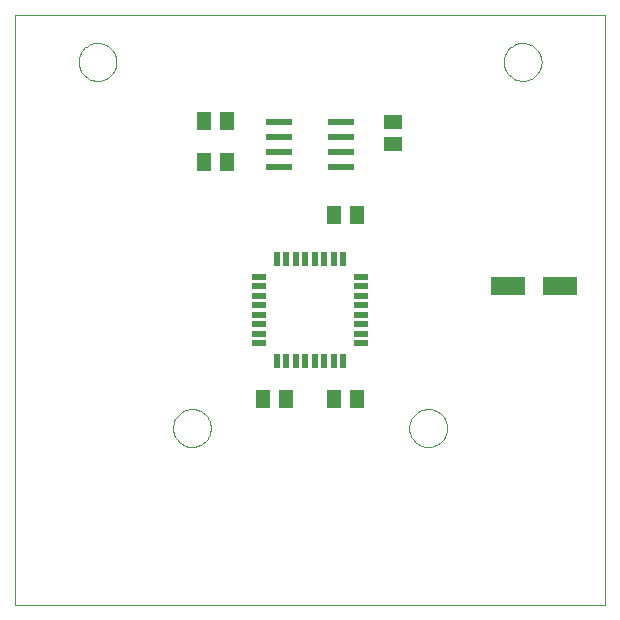
<source format=gtp>
G75*
G70*
%OFA0B0*%
%FSLAX24Y24*%
%IPPOS*%
%LPD*%
%AMOC8*
5,1,8,0,0,1.08239X$1,22.5*
%
%ADD10C,0.0000*%
%ADD11R,0.0220X0.0500*%
%ADD12R,0.0500X0.0220*%
%ADD13R,0.0866X0.0236*%
%ADD14R,0.0512X0.0591*%
%ADD15R,0.0591X0.0512*%
%ADD16R,0.1181X0.0630*%
D10*
X000574Y000574D02*
X020259Y000574D01*
X020259Y020259D01*
X000574Y020259D01*
X000574Y000574D01*
X005849Y006479D02*
X005851Y006529D01*
X005857Y006579D01*
X005867Y006628D01*
X005881Y006676D01*
X005898Y006723D01*
X005919Y006768D01*
X005944Y006812D01*
X005972Y006853D01*
X006004Y006892D01*
X006038Y006929D01*
X006075Y006963D01*
X006115Y006993D01*
X006157Y007020D01*
X006201Y007044D01*
X006247Y007065D01*
X006294Y007081D01*
X006342Y007094D01*
X006392Y007103D01*
X006441Y007108D01*
X006492Y007109D01*
X006542Y007106D01*
X006591Y007099D01*
X006640Y007088D01*
X006688Y007073D01*
X006734Y007055D01*
X006779Y007033D01*
X006822Y007007D01*
X006863Y006978D01*
X006902Y006946D01*
X006938Y006911D01*
X006970Y006873D01*
X007000Y006833D01*
X007027Y006790D01*
X007050Y006746D01*
X007069Y006700D01*
X007085Y006652D01*
X007097Y006603D01*
X007105Y006554D01*
X007109Y006504D01*
X007109Y006454D01*
X007105Y006404D01*
X007097Y006355D01*
X007085Y006306D01*
X007069Y006258D01*
X007050Y006212D01*
X007027Y006168D01*
X007000Y006125D01*
X006970Y006085D01*
X006938Y006047D01*
X006902Y006012D01*
X006863Y005980D01*
X006822Y005951D01*
X006779Y005925D01*
X006734Y005903D01*
X006688Y005885D01*
X006640Y005870D01*
X006591Y005859D01*
X006542Y005852D01*
X006492Y005849D01*
X006441Y005850D01*
X006392Y005855D01*
X006342Y005864D01*
X006294Y005877D01*
X006247Y005893D01*
X006201Y005914D01*
X006157Y005938D01*
X006115Y005965D01*
X006075Y005995D01*
X006038Y006029D01*
X006004Y006066D01*
X005972Y006105D01*
X005944Y006146D01*
X005919Y006190D01*
X005898Y006235D01*
X005881Y006282D01*
X005867Y006330D01*
X005857Y006379D01*
X005851Y006429D01*
X005849Y006479D01*
X013723Y006479D02*
X013725Y006529D01*
X013731Y006579D01*
X013741Y006628D01*
X013755Y006676D01*
X013772Y006723D01*
X013793Y006768D01*
X013818Y006812D01*
X013846Y006853D01*
X013878Y006892D01*
X013912Y006929D01*
X013949Y006963D01*
X013989Y006993D01*
X014031Y007020D01*
X014075Y007044D01*
X014121Y007065D01*
X014168Y007081D01*
X014216Y007094D01*
X014266Y007103D01*
X014315Y007108D01*
X014366Y007109D01*
X014416Y007106D01*
X014465Y007099D01*
X014514Y007088D01*
X014562Y007073D01*
X014608Y007055D01*
X014653Y007033D01*
X014696Y007007D01*
X014737Y006978D01*
X014776Y006946D01*
X014812Y006911D01*
X014844Y006873D01*
X014874Y006833D01*
X014901Y006790D01*
X014924Y006746D01*
X014943Y006700D01*
X014959Y006652D01*
X014971Y006603D01*
X014979Y006554D01*
X014983Y006504D01*
X014983Y006454D01*
X014979Y006404D01*
X014971Y006355D01*
X014959Y006306D01*
X014943Y006258D01*
X014924Y006212D01*
X014901Y006168D01*
X014874Y006125D01*
X014844Y006085D01*
X014812Y006047D01*
X014776Y006012D01*
X014737Y005980D01*
X014696Y005951D01*
X014653Y005925D01*
X014608Y005903D01*
X014562Y005885D01*
X014514Y005870D01*
X014465Y005859D01*
X014416Y005852D01*
X014366Y005849D01*
X014315Y005850D01*
X014266Y005855D01*
X014216Y005864D01*
X014168Y005877D01*
X014121Y005893D01*
X014075Y005914D01*
X014031Y005938D01*
X013989Y005965D01*
X013949Y005995D01*
X013912Y006029D01*
X013878Y006066D01*
X013846Y006105D01*
X013818Y006146D01*
X013793Y006190D01*
X013772Y006235D01*
X013755Y006282D01*
X013741Y006330D01*
X013731Y006379D01*
X013725Y006429D01*
X013723Y006479D01*
X016873Y018684D02*
X016875Y018734D01*
X016881Y018784D01*
X016891Y018833D01*
X016905Y018881D01*
X016922Y018928D01*
X016943Y018973D01*
X016968Y019017D01*
X016996Y019058D01*
X017028Y019097D01*
X017062Y019134D01*
X017099Y019168D01*
X017139Y019198D01*
X017181Y019225D01*
X017225Y019249D01*
X017271Y019270D01*
X017318Y019286D01*
X017366Y019299D01*
X017416Y019308D01*
X017465Y019313D01*
X017516Y019314D01*
X017566Y019311D01*
X017615Y019304D01*
X017664Y019293D01*
X017712Y019278D01*
X017758Y019260D01*
X017803Y019238D01*
X017846Y019212D01*
X017887Y019183D01*
X017926Y019151D01*
X017962Y019116D01*
X017994Y019078D01*
X018024Y019038D01*
X018051Y018995D01*
X018074Y018951D01*
X018093Y018905D01*
X018109Y018857D01*
X018121Y018808D01*
X018129Y018759D01*
X018133Y018709D01*
X018133Y018659D01*
X018129Y018609D01*
X018121Y018560D01*
X018109Y018511D01*
X018093Y018463D01*
X018074Y018417D01*
X018051Y018373D01*
X018024Y018330D01*
X017994Y018290D01*
X017962Y018252D01*
X017926Y018217D01*
X017887Y018185D01*
X017846Y018156D01*
X017803Y018130D01*
X017758Y018108D01*
X017712Y018090D01*
X017664Y018075D01*
X017615Y018064D01*
X017566Y018057D01*
X017516Y018054D01*
X017465Y018055D01*
X017416Y018060D01*
X017366Y018069D01*
X017318Y018082D01*
X017271Y018098D01*
X017225Y018119D01*
X017181Y018143D01*
X017139Y018170D01*
X017099Y018200D01*
X017062Y018234D01*
X017028Y018271D01*
X016996Y018310D01*
X016968Y018351D01*
X016943Y018395D01*
X016922Y018440D01*
X016905Y018487D01*
X016891Y018535D01*
X016881Y018584D01*
X016875Y018634D01*
X016873Y018684D01*
X002700Y018684D02*
X002702Y018734D01*
X002708Y018784D01*
X002718Y018833D01*
X002732Y018881D01*
X002749Y018928D01*
X002770Y018973D01*
X002795Y019017D01*
X002823Y019058D01*
X002855Y019097D01*
X002889Y019134D01*
X002926Y019168D01*
X002966Y019198D01*
X003008Y019225D01*
X003052Y019249D01*
X003098Y019270D01*
X003145Y019286D01*
X003193Y019299D01*
X003243Y019308D01*
X003292Y019313D01*
X003343Y019314D01*
X003393Y019311D01*
X003442Y019304D01*
X003491Y019293D01*
X003539Y019278D01*
X003585Y019260D01*
X003630Y019238D01*
X003673Y019212D01*
X003714Y019183D01*
X003753Y019151D01*
X003789Y019116D01*
X003821Y019078D01*
X003851Y019038D01*
X003878Y018995D01*
X003901Y018951D01*
X003920Y018905D01*
X003936Y018857D01*
X003948Y018808D01*
X003956Y018759D01*
X003960Y018709D01*
X003960Y018659D01*
X003956Y018609D01*
X003948Y018560D01*
X003936Y018511D01*
X003920Y018463D01*
X003901Y018417D01*
X003878Y018373D01*
X003851Y018330D01*
X003821Y018290D01*
X003789Y018252D01*
X003753Y018217D01*
X003714Y018185D01*
X003673Y018156D01*
X003630Y018130D01*
X003585Y018108D01*
X003539Y018090D01*
X003491Y018075D01*
X003442Y018064D01*
X003393Y018057D01*
X003343Y018054D01*
X003292Y018055D01*
X003243Y018060D01*
X003193Y018069D01*
X003145Y018082D01*
X003098Y018098D01*
X003052Y018119D01*
X003008Y018143D01*
X002966Y018170D01*
X002926Y018200D01*
X002889Y018234D01*
X002855Y018271D01*
X002823Y018310D01*
X002795Y018351D01*
X002770Y018395D01*
X002749Y018440D01*
X002732Y018487D01*
X002718Y018535D01*
X002708Y018584D01*
X002702Y018634D01*
X002700Y018684D01*
D11*
X009314Y012106D03*
X009629Y012106D03*
X009944Y012106D03*
X010259Y012106D03*
X010574Y012106D03*
X010889Y012106D03*
X011204Y012106D03*
X011519Y012106D03*
X011519Y008726D03*
X011204Y008726D03*
X010889Y008726D03*
X010574Y008726D03*
X010259Y008726D03*
X009944Y008726D03*
X009629Y008726D03*
X009314Y008726D03*
D12*
X008726Y009314D03*
X008726Y009629D03*
X008726Y009944D03*
X008726Y010259D03*
X008726Y010574D03*
X008726Y010889D03*
X008726Y011204D03*
X008726Y011519D03*
X012106Y011519D03*
X012106Y011204D03*
X012106Y010889D03*
X012106Y010574D03*
X012106Y010259D03*
X012106Y009944D03*
X012106Y009629D03*
X012106Y009314D03*
D13*
X011440Y015178D03*
X011440Y015678D03*
X011440Y016178D03*
X011440Y016678D03*
X009393Y016678D03*
X009393Y016178D03*
X009393Y015678D03*
X009393Y015178D03*
D14*
X011223Y013566D03*
X011971Y013566D03*
X007641Y015337D03*
X006893Y015337D03*
X006893Y016715D03*
X007641Y016715D03*
X008861Y007463D03*
X009609Y007463D03*
X011223Y007463D03*
X011971Y007463D03*
D15*
X013172Y015948D03*
X013172Y016696D03*
D16*
X017030Y011204D03*
X018763Y011204D03*
M02*

</source>
